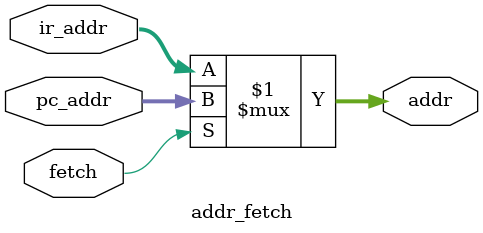
<source format=v>
module addr_fetch(
    fetch,
    pc_addr,
    ir_addr,
    addr
);

input fetch;
input [12:0]pc_addr;
input [12:0]ir_addr;
output [12:0]addr;

assign addr = fetch ? pc_addr : ir_addr;

endmodule

</source>
